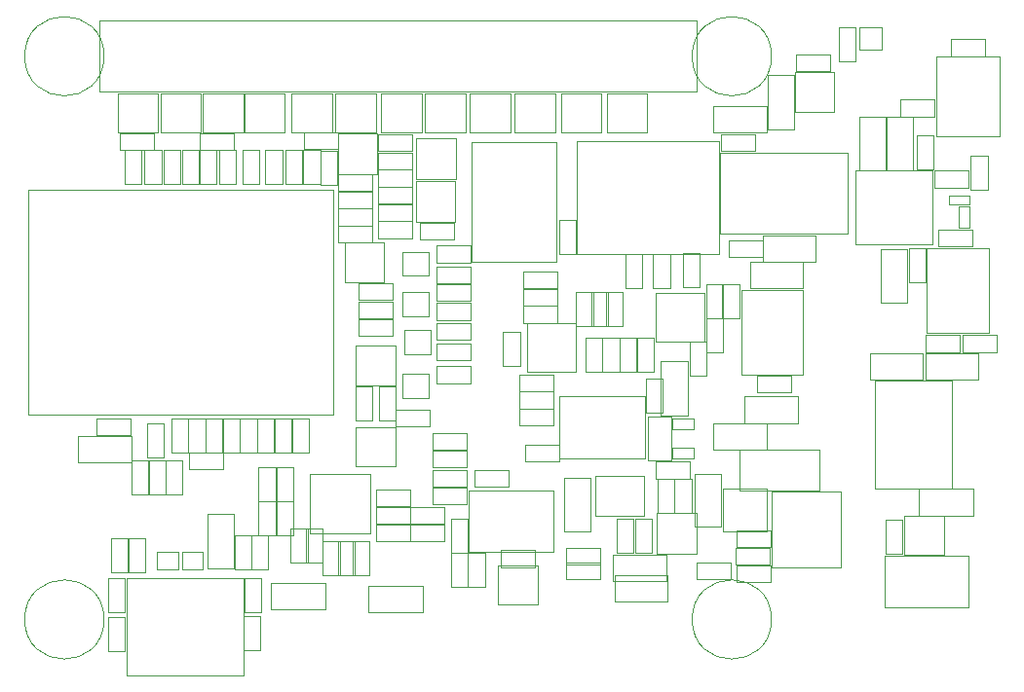
<source format=gbr>
G04 #@! TF.GenerationSoftware,KiCad,Pcbnew,7.0.1*
G04 #@! TF.CreationDate,2023-05-18T20:02:15+01:00*
G04 #@! TF.ProjectId,AnthC,416e7468-432e-46b6-9963-61645f706362,rev?*
G04 #@! TF.SameCoordinates,Original*
G04 #@! TF.FileFunction,Other,User*
%FSLAX46Y46*%
G04 Gerber Fmt 4.6, Leading zero omitted, Abs format (unit mm)*
G04 Created by KiCad (PCBNEW 7.0.1) date 2023-05-18 20:02:15*
%MOMM*%
%LPD*%
G01*
G04 APERTURE LIST*
%ADD10C,0.050000*%
%ADD11C,0.120000*%
G04 APERTURE END LIST*
D10*
X235350000Y-129750000D02*
X235350000Y-125050000D01*
X235350000Y-125050000D02*
X237650000Y-125050000D01*
X237650000Y-125050000D02*
X237650000Y-129750000D01*
X235350000Y-129750000D02*
X237650000Y-129750000D01*
X233925000Y-133450000D02*
X233925000Y-128050000D01*
X233925000Y-128050000D02*
X226525000Y-128050000D01*
X226525000Y-128050000D02*
X226525000Y-133450000D01*
X226525000Y-133450000D02*
X233925000Y-133450000D01*
D11*
X236266000Y-129850000D02*
X234250000Y-129850000D01*
X236266000Y-129850000D02*
X236266000Y-133650000D01*
X234250000Y-129850000D02*
X234250000Y-133650000D01*
X236266000Y-133650000D02*
X234250000Y-133650000D01*
D10*
X226480000Y-133730000D02*
X223520000Y-133730000D01*
X226480000Y-132270000D02*
X226480000Y-133730000D01*
X223520000Y-133730000D02*
X223520000Y-132270000D01*
X223520000Y-132270000D02*
X226480000Y-132270000D01*
X236340000Y-130040000D02*
X238160000Y-130040000D01*
X238160000Y-130960000D02*
X236340000Y-130960000D01*
X238160000Y-130040000D02*
X238160000Y-130960000D01*
X236340000Y-130960000D02*
X236340000Y-130040000D01*
X236340000Y-133460000D02*
X236340000Y-132540000D01*
X238160000Y-132540000D02*
X238160000Y-133460000D01*
X238160000Y-133460000D02*
X236340000Y-133460000D01*
X236340000Y-132540000D02*
X238160000Y-132540000D01*
X244950000Y-98500000D02*
G75*
G03*
X244950000Y-98500000I-3450000J0D01*
G01*
X244950000Y-147500000D02*
G75*
G03*
X244950000Y-147500000I-3450000J0D01*
G01*
X186950000Y-98500000D02*
G75*
G03*
X186950000Y-98500000I-3450000J0D01*
G01*
X223370000Y-120220000D02*
X226330000Y-120220000D01*
X223370000Y-121680000D02*
X223370000Y-120220000D01*
X226330000Y-120220000D02*
X226330000Y-121680000D01*
X226330000Y-121680000D02*
X223370000Y-121680000D01*
X223370000Y-118720000D02*
X226330000Y-118720000D01*
X223370000Y-120180000D02*
X223370000Y-118720000D01*
X226330000Y-118720000D02*
X226330000Y-120180000D01*
X226330000Y-120180000D02*
X223370000Y-120180000D01*
X230730000Y-119020000D02*
X230730000Y-121980000D01*
X229270000Y-119020000D02*
X230730000Y-119020000D01*
X230730000Y-121980000D02*
X229270000Y-121980000D01*
X229270000Y-121980000D02*
X229270000Y-119020000D01*
X225980000Y-127630000D02*
X223020000Y-127630000D01*
X225980000Y-126170000D02*
X225980000Y-127630000D01*
X223020000Y-127630000D02*
X223020000Y-126170000D01*
X223020000Y-126170000D02*
X225980000Y-126170000D01*
X239270000Y-121280000D02*
X239270000Y-118320000D01*
X240730000Y-121280000D02*
X239270000Y-121280000D01*
X239270000Y-118320000D02*
X240730000Y-118320000D01*
X240730000Y-118320000D02*
X240730000Y-121280000D01*
X210700000Y-108750000D02*
X207300000Y-108750000D01*
X210700000Y-105250000D02*
X210700000Y-108750000D01*
X207300000Y-108750000D02*
X207300000Y-105250000D01*
X207300000Y-105250000D02*
X210700000Y-105250000D01*
X223080000Y-122520000D02*
X223080000Y-125480000D01*
X221620000Y-122520000D02*
X223080000Y-122520000D01*
X223080000Y-125480000D02*
X221620000Y-125480000D01*
X221620000Y-125480000D02*
X221620000Y-122520000D01*
X189280000Y-131480000D02*
X186320000Y-131480000D01*
X189280000Y-130020000D02*
X189280000Y-131480000D01*
X186320000Y-131480000D02*
X186320000Y-130020000D01*
X186320000Y-130020000D02*
X189280000Y-130020000D01*
X189300000Y-133850000D02*
X184700000Y-133850000D01*
X189300000Y-131550000D02*
X189300000Y-133850000D01*
X184700000Y-133850000D02*
X184700000Y-131550000D01*
X184700000Y-131550000D02*
X189300000Y-131550000D01*
X226000000Y-141650000D02*
X226000000Y-136250000D01*
X226000000Y-136250000D02*
X218600000Y-136250000D01*
X218600000Y-141650000D02*
X226000000Y-141650000D01*
X218600000Y-136250000D02*
X218600000Y-141650000D01*
X218780000Y-124930000D02*
X215820000Y-124930000D01*
X218780000Y-123470000D02*
X218780000Y-124930000D01*
X215820000Y-124930000D02*
X215820000Y-123470000D01*
X215820000Y-123470000D02*
X218780000Y-123470000D01*
X215350000Y-124450000D02*
X215350000Y-122350000D01*
X215350000Y-124450000D02*
X213050000Y-124450000D01*
X213050000Y-122350000D02*
X215350000Y-122350000D01*
X213050000Y-122350000D02*
X213050000Y-124450000D01*
X208820000Y-130180000D02*
X208820000Y-127220000D01*
X210280000Y-130180000D02*
X208820000Y-130180000D01*
X208820000Y-127220000D02*
X210280000Y-127220000D01*
X210280000Y-127220000D02*
X210280000Y-130180000D01*
X198230000Y-106630000D02*
X195270000Y-106630000D01*
X198230000Y-105170000D02*
X198230000Y-106630000D01*
X195270000Y-106630000D02*
X195270000Y-105170000D01*
X195270000Y-105170000D02*
X198230000Y-105170000D01*
X236480000Y-135270000D02*
X236480000Y-138230000D01*
X235020000Y-135270000D02*
X236480000Y-135270000D01*
X236480000Y-138230000D02*
X235020000Y-138230000D01*
X235020000Y-138230000D02*
X235020000Y-135270000D01*
X186950000Y-147500000D02*
G75*
G03*
X186950000Y-147500000I-3450000J0D01*
G01*
X260520000Y-97020000D02*
X263480000Y-97020000D01*
X260520000Y-98480000D02*
X260520000Y-97020000D01*
X263480000Y-97020000D02*
X263480000Y-98480000D01*
X263480000Y-98480000D02*
X260520000Y-98480000D01*
X208800000Y-127100000D02*
X208800000Y-123700000D01*
X212300000Y-127100000D02*
X208800000Y-127100000D01*
X208800000Y-123700000D02*
X212300000Y-123700000D01*
X212300000Y-123700000D02*
X212300000Y-127100000D01*
X207320000Y-110270000D02*
X210280000Y-110270000D01*
X207320000Y-111730000D02*
X207320000Y-110270000D01*
X210280000Y-110270000D02*
X210280000Y-111730000D01*
X210280000Y-111730000D02*
X207320000Y-111730000D01*
X201970000Y-140180000D02*
X201970000Y-137220000D01*
X203430000Y-140180000D02*
X201970000Y-140180000D01*
X201970000Y-137220000D02*
X203430000Y-137220000D01*
X203430000Y-137220000D02*
X203430000Y-140180000D01*
X223020000Y-127670000D02*
X225980000Y-127670000D01*
X223020000Y-129130000D02*
X223020000Y-127670000D01*
X225980000Y-127670000D02*
X225980000Y-129130000D01*
X225980000Y-129130000D02*
X223020000Y-129130000D01*
X230570000Y-121980000D02*
X230570000Y-119020000D01*
X232030000Y-121980000D02*
X230570000Y-121980000D01*
X230570000Y-119020000D02*
X232030000Y-119020000D01*
X232030000Y-119020000D02*
X232030000Y-121980000D01*
X213570000Y-139220000D02*
X216530000Y-139220000D01*
X213570000Y-140680000D02*
X213570000Y-139220000D01*
X216530000Y-139220000D02*
X216530000Y-140680000D01*
X216530000Y-140680000D02*
X213570000Y-140680000D01*
X213570000Y-137720000D02*
X216530000Y-137720000D01*
X213570000Y-139180000D02*
X213570000Y-137720000D01*
X216530000Y-137720000D02*
X216530000Y-139180000D01*
X216530000Y-139180000D02*
X213570000Y-139180000D01*
X218780000Y-116430000D02*
X215820000Y-116430000D01*
X218780000Y-114970000D02*
X218780000Y-116430000D01*
X215820000Y-116430000D02*
X215820000Y-114970000D01*
X215820000Y-114970000D02*
X218780000Y-114970000D01*
X218780000Y-118280000D02*
X215820000Y-118280000D01*
X218780000Y-116820000D02*
X218780000Y-118280000D01*
X215820000Y-118280000D02*
X215820000Y-116820000D01*
X215820000Y-116820000D02*
X218780000Y-116820000D01*
X218780000Y-126930000D02*
X215820000Y-126930000D01*
X218780000Y-125470000D02*
X218780000Y-126930000D01*
X215820000Y-126930000D02*
X215820000Y-125470000D01*
X215820000Y-125470000D02*
X218780000Y-125470000D01*
X189070000Y-143380000D02*
X189070000Y-140420000D01*
X190530000Y-143380000D02*
X189070000Y-143380000D01*
X189070000Y-140420000D02*
X190530000Y-140420000D01*
X190530000Y-140420000D02*
X190530000Y-143380000D01*
X233730000Y-115720000D02*
X233730000Y-118680000D01*
X232270000Y-115720000D02*
X233730000Y-115720000D01*
X233730000Y-118680000D02*
X232270000Y-118680000D01*
X232270000Y-118680000D02*
X232270000Y-115720000D01*
X236130000Y-115720000D02*
X236130000Y-118680000D01*
X234670000Y-115720000D02*
X236130000Y-115720000D01*
X236130000Y-118680000D02*
X234670000Y-118680000D01*
X234670000Y-118680000D02*
X234670000Y-115720000D01*
X226470000Y-115680000D02*
X226470000Y-112720000D01*
X227930000Y-115680000D02*
X226470000Y-115680000D01*
X226470000Y-112720000D02*
X227930000Y-112720000D01*
X227930000Y-112720000D02*
X227930000Y-115680000D01*
X215820000Y-119970000D02*
X218780000Y-119970000D01*
X215820000Y-121430000D02*
X215820000Y-119970000D01*
X218780000Y-119970000D02*
X218780000Y-121430000D01*
X218780000Y-121430000D02*
X215820000Y-121430000D01*
X218780000Y-119780000D02*
X215820000Y-119780000D01*
X218780000Y-118320000D02*
X218780000Y-119780000D01*
X215820000Y-119780000D02*
X215820000Y-118320000D01*
X215820000Y-118320000D02*
X218780000Y-118320000D01*
X205970000Y-143680000D02*
X205970000Y-140720000D01*
X207430000Y-143680000D02*
X205970000Y-143680000D01*
X205970000Y-140720000D02*
X207430000Y-140720000D01*
X207430000Y-140720000D02*
X207430000Y-143680000D01*
X192130000Y-130420000D02*
X192130000Y-133380000D01*
X190670000Y-130420000D02*
X192130000Y-130420000D01*
X192130000Y-133380000D02*
X190670000Y-133380000D01*
X190670000Y-133380000D02*
X190670000Y-130420000D01*
X197230000Y-130020000D02*
X197230000Y-132980000D01*
X195770000Y-130020000D02*
X197230000Y-130020000D01*
X197230000Y-132980000D02*
X195770000Y-132980000D01*
X195770000Y-132980000D02*
X195770000Y-130020000D01*
X200230000Y-130020000D02*
X200230000Y-132980000D01*
X198770000Y-130020000D02*
X200230000Y-130020000D01*
X200230000Y-132980000D02*
X198770000Y-132980000D01*
X198770000Y-132980000D02*
X198770000Y-130020000D01*
X201730000Y-130020000D02*
X201730000Y-132980000D01*
X200270000Y-130020000D02*
X201730000Y-130020000D01*
X201730000Y-132980000D02*
X200270000Y-132980000D01*
X200270000Y-132980000D02*
X200270000Y-130020000D01*
X203230000Y-130020000D02*
X203230000Y-132980000D01*
X201770000Y-130020000D02*
X203230000Y-130020000D01*
X203230000Y-132980000D02*
X201770000Y-132980000D01*
X201770000Y-132980000D02*
X201770000Y-130020000D01*
X207320000Y-111770000D02*
X210280000Y-111770000D01*
X207320000Y-113230000D02*
X207320000Y-111770000D01*
X210280000Y-111770000D02*
X210280000Y-113230000D01*
X210280000Y-113230000D02*
X207320000Y-113230000D01*
X192120000Y-109630000D02*
X192120000Y-106670000D01*
X193580000Y-109630000D02*
X192120000Y-109630000D01*
X192120000Y-106670000D02*
X193580000Y-106670000D01*
X193580000Y-106670000D02*
X193580000Y-109630000D01*
X217380000Y-114430000D02*
X214420000Y-114430000D01*
X217380000Y-112970000D02*
X217380000Y-114430000D01*
X214420000Y-114430000D02*
X214420000Y-112970000D01*
X214420000Y-112970000D02*
X217380000Y-112970000D01*
X195270000Y-109580000D02*
X195270000Y-106620000D01*
X196730000Y-109580000D02*
X195270000Y-109580000D01*
X195270000Y-106620000D02*
X196730000Y-106620000D01*
X196730000Y-106620000D02*
X196730000Y-109580000D01*
X198970000Y-109630000D02*
X198970000Y-106670000D01*
X200430000Y-109630000D02*
X198970000Y-109630000D01*
X198970000Y-106670000D02*
X200430000Y-106670000D01*
X200430000Y-106670000D02*
X200430000Y-109630000D01*
X200970000Y-109630000D02*
X200970000Y-106670000D01*
X202430000Y-109630000D02*
X200970000Y-109630000D01*
X200970000Y-106670000D02*
X202430000Y-106670000D01*
X202430000Y-106670000D02*
X202430000Y-109630000D01*
X190470000Y-109630000D02*
X190470000Y-106670000D01*
X191930000Y-109630000D02*
X190470000Y-109630000D01*
X190470000Y-106670000D02*
X191930000Y-106670000D01*
X191930000Y-106670000D02*
X191930000Y-109630000D01*
X188720000Y-109630000D02*
X188720000Y-106670000D01*
X190180000Y-109630000D02*
X188720000Y-109630000D01*
X188720000Y-106670000D02*
X190180000Y-106670000D01*
X190180000Y-106670000D02*
X190180000Y-109630000D01*
X202720000Y-109630000D02*
X202720000Y-106670000D01*
X204180000Y-109630000D02*
X202720000Y-109630000D01*
X202720000Y-106670000D02*
X204180000Y-106670000D01*
X204180000Y-106670000D02*
X204180000Y-109630000D01*
X205770000Y-109680000D02*
X205770000Y-106720000D01*
X207230000Y-109680000D02*
X205770000Y-109680000D01*
X205770000Y-106720000D02*
X207230000Y-106720000D01*
X207230000Y-106720000D02*
X207230000Y-109680000D01*
X242300000Y-126200000D02*
X247700000Y-126200000D01*
X247700000Y-126200000D02*
X247700000Y-118800000D01*
X242300000Y-118800000D02*
X242300000Y-126200000D01*
X247700000Y-118800000D02*
X242300000Y-118800000D01*
X258320000Y-122770000D02*
X261280000Y-122770000D01*
X258320000Y-124230000D02*
X258320000Y-122770000D01*
X261280000Y-122770000D02*
X261280000Y-124230000D01*
X261280000Y-124230000D02*
X258320000Y-124230000D01*
X262380000Y-115030000D02*
X259420000Y-115030000D01*
X262380000Y-113570000D02*
X262380000Y-115030000D01*
X259420000Y-115030000D02*
X259420000Y-113570000D01*
X259420000Y-113570000D02*
X262380000Y-113570000D01*
X261240000Y-113410000D02*
X261240000Y-111590000D01*
X262160000Y-113410000D02*
X261240000Y-113410000D01*
X261240000Y-111590000D02*
X262160000Y-111590000D01*
X262160000Y-111590000D02*
X262160000Y-113410000D01*
X244180000Y-115980000D02*
X241220000Y-115980000D01*
X244180000Y-114520000D02*
X244180000Y-115980000D01*
X241220000Y-115980000D02*
X241220000Y-114520000D01*
X241220000Y-114520000D02*
X244180000Y-114520000D01*
X206150000Y-146600000D02*
X206150000Y-144300000D01*
X206150000Y-146600000D02*
X201450000Y-146600000D01*
X201450000Y-146600000D02*
X201450000Y-144300000D01*
X201450000Y-144300000D02*
X206150000Y-144300000D01*
X214650000Y-146850000D02*
X214650000Y-144550000D01*
X214650000Y-146850000D02*
X209950000Y-146850000D01*
X209950000Y-146850000D02*
X209950000Y-144550000D01*
X209950000Y-144550000D02*
X214650000Y-144550000D01*
X256750000Y-115250000D02*
X254450000Y-115250000D01*
X256750000Y-115250000D02*
X256750000Y-119950000D01*
X256750000Y-119950000D02*
X254450000Y-119950000D01*
X254450000Y-119950000D02*
X254450000Y-115250000D01*
X215200000Y-117600000D02*
X215200000Y-115500000D01*
X215200000Y-117600000D02*
X212900000Y-117600000D01*
X212900000Y-115500000D02*
X215200000Y-115500000D01*
X212900000Y-115500000D02*
X212900000Y-117600000D01*
X215200000Y-128250000D02*
X215200000Y-126150000D01*
X215200000Y-128250000D02*
X212900000Y-128250000D01*
X212900000Y-126150000D02*
X215200000Y-126150000D01*
X212900000Y-126150000D02*
X212900000Y-128250000D01*
X212900000Y-119000000D02*
X212900000Y-121100000D01*
X212900000Y-119000000D02*
X215200000Y-119000000D01*
X215200000Y-121100000D02*
X212900000Y-121100000D01*
X215200000Y-121100000D02*
X215200000Y-119000000D01*
X210570000Y-139220000D02*
X213530000Y-139220000D01*
X210570000Y-140680000D02*
X210570000Y-139220000D01*
X213530000Y-139220000D02*
X213530000Y-140680000D01*
X213530000Y-140680000D02*
X210570000Y-140680000D01*
X210570000Y-137720000D02*
X213530000Y-137720000D01*
X210570000Y-139180000D02*
X210570000Y-137720000D01*
X213530000Y-137720000D02*
X213530000Y-139180000D01*
X213530000Y-139180000D02*
X210570000Y-139180000D01*
X247120000Y-98370000D02*
X250080000Y-98370000D01*
X247120000Y-99830000D02*
X247120000Y-98370000D01*
X250080000Y-98370000D02*
X250080000Y-99830000D01*
X250080000Y-99830000D02*
X247120000Y-99830000D01*
X258400000Y-122600000D02*
X263800000Y-122600000D01*
X263800000Y-122600000D02*
X263800000Y-115200000D01*
X258400000Y-115200000D02*
X258400000Y-122600000D01*
X263800000Y-115200000D02*
X258400000Y-115200000D01*
X258100000Y-126650000D02*
X253500000Y-126650000D01*
X258100000Y-124350000D02*
X258100000Y-126650000D01*
X253500000Y-126650000D02*
X253500000Y-124350000D01*
X253500000Y-124350000D02*
X258100000Y-124350000D01*
X256870000Y-118180000D02*
X256870000Y-115220000D01*
X258330000Y-118180000D02*
X256870000Y-118180000D01*
X256870000Y-115220000D02*
X258330000Y-115220000D01*
X258330000Y-115220000D02*
X258330000Y-118180000D01*
X227120000Y-141270000D02*
X230080000Y-141270000D01*
X227120000Y-142730000D02*
X227120000Y-141270000D01*
X230080000Y-141270000D02*
X230080000Y-142730000D01*
X230080000Y-142730000D02*
X227120000Y-142730000D01*
X235900000Y-145950000D02*
X231300000Y-145950000D01*
X235900000Y-143650000D02*
X235900000Y-145950000D01*
X231300000Y-145950000D02*
X231300000Y-143650000D01*
X231300000Y-143650000D02*
X235900000Y-143650000D01*
X241920000Y-139770000D02*
X244880000Y-139770000D01*
X241920000Y-141230000D02*
X241920000Y-139770000D01*
X244880000Y-139770000D02*
X244880000Y-141230000D01*
X244880000Y-141230000D02*
X241920000Y-141230000D01*
X252280000Y-95970000D02*
X252280000Y-98930000D01*
X250820000Y-95970000D02*
X252280000Y-95970000D01*
X252280000Y-98930000D02*
X250820000Y-98930000D01*
X250820000Y-98930000D02*
X250820000Y-95970000D01*
X187570000Y-143380000D02*
X187570000Y-140420000D01*
X189030000Y-143380000D02*
X187570000Y-143380000D01*
X187570000Y-140420000D02*
X189030000Y-140420000D01*
X189030000Y-140420000D02*
X189030000Y-143380000D01*
X207320000Y-108770000D02*
X210280000Y-108770000D01*
X207320000Y-110230000D02*
X207320000Y-108770000D01*
X210280000Y-108770000D02*
X210280000Y-110230000D01*
X210280000Y-110230000D02*
X207320000Y-110230000D01*
X207280000Y-106580000D02*
X204320000Y-106580000D01*
X207280000Y-105120000D02*
X207280000Y-106580000D01*
X204320000Y-106580000D02*
X204320000Y-105120000D01*
X204320000Y-105120000D02*
X207280000Y-105120000D01*
X210720000Y-105270000D02*
X213680000Y-105270000D01*
X210720000Y-106730000D02*
X210720000Y-105270000D01*
X213680000Y-105270000D02*
X213680000Y-106730000D01*
X213680000Y-106730000D02*
X210720000Y-106730000D01*
X208730000Y-140720000D02*
X208730000Y-143680000D01*
X207270000Y-140720000D02*
X208730000Y-140720000D01*
X208730000Y-143680000D02*
X207270000Y-143680000D01*
X207270000Y-143680000D02*
X207270000Y-140720000D01*
X209070000Y-121370000D02*
X212030000Y-121370000D01*
X209070000Y-122830000D02*
X209070000Y-121370000D01*
X212030000Y-121370000D02*
X212030000Y-122830000D01*
X212030000Y-122830000D02*
X209070000Y-122830000D01*
X217500000Y-109150000D02*
X214100000Y-109150000D01*
X217500000Y-105650000D02*
X217500000Y-109150000D01*
X214100000Y-109150000D02*
X214100000Y-105650000D01*
X214100000Y-105650000D02*
X217500000Y-105650000D01*
X213680000Y-108330000D02*
X210720000Y-108330000D01*
X213680000Y-106870000D02*
X213680000Y-108330000D01*
X210720000Y-108330000D02*
X210720000Y-106870000D01*
X210720000Y-106870000D02*
X213680000Y-106870000D01*
X253950000Y-136100000D02*
X253950000Y-126680000D01*
X260650000Y-136100000D02*
X253950000Y-136100000D01*
X260650000Y-136100000D02*
X260650000Y-126700000D01*
X260650000Y-126680000D02*
X253950000Y-126680000D01*
X258950000Y-114900000D02*
X258950000Y-108450000D01*
X258950000Y-108450000D02*
X252250000Y-108450000D01*
X252250000Y-114900000D02*
X258950000Y-114900000D01*
X252250000Y-108450000D02*
X252250000Y-114900000D01*
X262130000Y-111350000D02*
X260370000Y-111350000D01*
X262130000Y-110650000D02*
X262130000Y-111350000D01*
X260370000Y-111350000D02*
X260370000Y-110650000D01*
X260370000Y-110650000D02*
X262130000Y-110650000D01*
X217070000Y-141680000D02*
X217070000Y-138720000D01*
X218530000Y-141680000D02*
X217070000Y-141680000D01*
X217070000Y-138720000D02*
X218530000Y-138720000D01*
X218530000Y-138720000D02*
X218530000Y-141680000D01*
X197280000Y-134430000D02*
X194320000Y-134430000D01*
X197280000Y-132970000D02*
X197280000Y-134430000D01*
X194320000Y-134430000D02*
X194320000Y-132970000D01*
X194320000Y-132970000D02*
X197280000Y-132970000D01*
X228770000Y-125980000D02*
X228770000Y-123020000D01*
X230230000Y-125980000D02*
X228770000Y-125980000D01*
X228770000Y-123020000D02*
X230230000Y-123020000D01*
X230230000Y-123020000D02*
X230230000Y-125980000D01*
X230270000Y-125980000D02*
X230270000Y-123020000D01*
X231730000Y-125980000D02*
X230270000Y-125980000D01*
X230270000Y-123020000D02*
X231730000Y-123020000D01*
X231730000Y-123020000D02*
X231730000Y-125980000D01*
X191650000Y-101700000D02*
X191650000Y-105100000D01*
X188150000Y-101700000D02*
X191650000Y-101700000D01*
X191650000Y-105100000D02*
X188150000Y-105100000D01*
X188150000Y-105100000D02*
X188150000Y-101700000D01*
X202650000Y-101700000D02*
X202650000Y-105100000D01*
X199150000Y-101700000D02*
X202650000Y-101700000D01*
X202650000Y-105100000D02*
X199150000Y-105100000D01*
X199150000Y-105100000D02*
X199150000Y-101700000D01*
X222250000Y-101700000D02*
X222250000Y-105100000D01*
X218750000Y-101700000D02*
X222250000Y-101700000D01*
X222250000Y-105100000D02*
X218750000Y-105100000D01*
X218750000Y-105100000D02*
X218750000Y-101700000D01*
X230150000Y-101700000D02*
X230150000Y-105100000D01*
X226650000Y-101700000D02*
X230150000Y-101700000D01*
X230150000Y-105100000D02*
X226650000Y-105100000D01*
X226650000Y-105100000D02*
X226650000Y-101700000D01*
X206750000Y-101700000D02*
X206750000Y-105100000D01*
X203250000Y-101700000D02*
X206750000Y-101700000D01*
X206750000Y-105100000D02*
X203250000Y-105100000D01*
X203250000Y-105100000D02*
X203250000Y-101700000D01*
X218350000Y-101700000D02*
X218350000Y-105100000D01*
X214850000Y-101700000D02*
X218350000Y-101700000D01*
X218350000Y-105100000D02*
X214850000Y-105100000D01*
X214850000Y-105100000D02*
X214850000Y-101700000D01*
X226150000Y-101700000D02*
X226150000Y-105100000D01*
X222650000Y-101700000D02*
X226150000Y-101700000D01*
X226150000Y-105100000D02*
X222650000Y-105100000D01*
X222650000Y-105100000D02*
X222650000Y-101700000D01*
X234150000Y-101700000D02*
X234150000Y-105100000D01*
X230650000Y-101700000D02*
X234150000Y-101700000D01*
X234150000Y-105100000D02*
X230650000Y-105100000D01*
X230650000Y-105100000D02*
X230650000Y-101700000D01*
X218780000Y-123180000D02*
X215820000Y-123180000D01*
X218780000Y-121720000D02*
X218780000Y-123180000D01*
X215820000Y-123180000D02*
X215820000Y-121720000D01*
X215820000Y-121720000D02*
X218780000Y-121720000D01*
X212280000Y-127220000D02*
X212280000Y-130180000D01*
X210820000Y-127220000D02*
X212280000Y-127220000D01*
X212280000Y-130180000D02*
X210820000Y-130180000D01*
X210820000Y-130180000D02*
X210820000Y-127220000D01*
X214550000Y-101700000D02*
X214550000Y-105100000D01*
X211050000Y-101700000D02*
X214550000Y-101700000D01*
X214550000Y-105100000D02*
X211050000Y-105100000D01*
X211050000Y-105100000D02*
X211050000Y-101700000D01*
X210720000Y-109870000D02*
X213680000Y-109870000D01*
X210720000Y-111330000D02*
X210720000Y-109870000D01*
X213680000Y-109870000D02*
X213680000Y-111330000D01*
X213680000Y-111330000D02*
X210720000Y-111330000D01*
X213680000Y-114330000D02*
X210720000Y-114330000D01*
X213680000Y-112870000D02*
X213680000Y-114330000D01*
X210720000Y-114330000D02*
X210720000Y-112870000D01*
X210720000Y-112870000D02*
X213680000Y-112870000D01*
X217450000Y-112900000D02*
X214050000Y-112900000D01*
X217450000Y-109400000D02*
X217450000Y-112900000D01*
X214050000Y-112900000D02*
X214050000Y-109400000D01*
X214050000Y-109400000D02*
X217450000Y-109400000D01*
X213680000Y-112830000D02*
X210720000Y-112830000D01*
X213680000Y-111370000D02*
X213680000Y-112830000D01*
X210720000Y-112830000D02*
X210720000Y-111370000D01*
X210720000Y-111370000D02*
X213680000Y-111370000D01*
X207320000Y-113270000D02*
X210280000Y-113270000D01*
X207320000Y-114730000D02*
X207320000Y-113270000D01*
X210280000Y-113270000D02*
X210280000Y-114730000D01*
X210280000Y-114730000D02*
X207320000Y-114730000D01*
X236520000Y-138230000D02*
X236520000Y-135270000D01*
X237980000Y-138230000D02*
X236520000Y-138230000D01*
X236520000Y-135270000D02*
X237980000Y-135270000D01*
X237980000Y-135270000D02*
X237980000Y-138230000D01*
X189320000Y-136630000D02*
X189320000Y-133670000D01*
X190780000Y-136630000D02*
X189320000Y-136630000D01*
X189320000Y-133670000D02*
X190780000Y-133670000D01*
X190780000Y-133670000D02*
X190780000Y-136630000D01*
X180400000Y-129650000D02*
X180400000Y-110150000D01*
X206900000Y-129650000D02*
X180400000Y-129650000D01*
X206900000Y-129650000D02*
X206900000Y-110150000D01*
X180400000Y-110150000D02*
X206900000Y-110150000D01*
X212030000Y-119680000D02*
X209070000Y-119680000D01*
X212030000Y-118220000D02*
X212030000Y-119680000D01*
X209070000Y-119680000D02*
X209070000Y-118220000D01*
X209070000Y-118220000D02*
X212030000Y-118220000D01*
X259080000Y-103730000D02*
X256120000Y-103730000D01*
X259080000Y-102270000D02*
X259080000Y-103730000D01*
X256120000Y-103730000D02*
X256120000Y-102270000D01*
X256120000Y-102270000D02*
X259080000Y-102270000D01*
X243720000Y-126270000D02*
X246680000Y-126270000D01*
X243720000Y-127730000D02*
X243720000Y-126270000D01*
X246680000Y-126270000D02*
X246680000Y-127730000D01*
X246680000Y-127730000D02*
X243720000Y-127730000D01*
X213680000Y-109830000D02*
X210720000Y-109830000D01*
X213680000Y-108370000D02*
X213680000Y-109830000D01*
X210720000Y-109830000D02*
X210720000Y-108370000D01*
X210720000Y-108370000D02*
X213680000Y-108370000D01*
X195730000Y-130020000D02*
X195730000Y-132980000D01*
X194270000Y-130020000D02*
X195730000Y-130020000D01*
X195730000Y-132980000D02*
X194270000Y-132980000D01*
X194270000Y-132980000D02*
X194270000Y-130020000D01*
X257570000Y-108380000D02*
X257570000Y-105420000D01*
X259030000Y-108380000D02*
X257570000Y-108380000D01*
X257570000Y-105420000D02*
X259030000Y-105420000D01*
X259030000Y-105420000D02*
X259030000Y-108380000D01*
X208570000Y-143680000D02*
X208570000Y-140720000D01*
X210030000Y-143680000D02*
X208570000Y-143680000D01*
X208570000Y-140720000D02*
X210030000Y-140720000D01*
X210030000Y-140720000D02*
X210030000Y-143680000D01*
X227970000Y-121980000D02*
X227970000Y-119020000D01*
X229430000Y-121980000D02*
X227970000Y-121980000D01*
X227970000Y-119020000D02*
X229430000Y-119020000D01*
X229430000Y-119020000D02*
X229430000Y-121980000D01*
X188320000Y-105170000D02*
X191280000Y-105170000D01*
X188320000Y-106630000D02*
X188320000Y-105170000D01*
X191280000Y-105170000D02*
X191280000Y-106630000D01*
X191280000Y-106630000D02*
X188320000Y-106630000D01*
X212030000Y-121330000D02*
X209070000Y-121330000D01*
X212030000Y-119870000D02*
X212030000Y-121330000D01*
X209070000Y-121330000D02*
X209070000Y-119870000D01*
X209070000Y-119870000D02*
X212030000Y-119870000D01*
X198730000Y-130020000D02*
X198730000Y-132980000D01*
X197270000Y-130020000D02*
X198730000Y-130020000D01*
X198730000Y-132980000D02*
X197270000Y-132980000D01*
X197270000Y-132980000D02*
X197270000Y-130020000D01*
X215280000Y-130680000D02*
X212320000Y-130680000D01*
X215280000Y-129220000D02*
X215280000Y-130680000D01*
X212320000Y-130680000D02*
X212320000Y-129220000D01*
X212320000Y-129220000D02*
X215280000Y-129220000D01*
X194230000Y-130020000D02*
X194230000Y-132980000D01*
X192770000Y-130020000D02*
X194230000Y-130020000D01*
X194230000Y-132980000D02*
X192770000Y-132980000D01*
X192770000Y-132980000D02*
X192770000Y-130020000D01*
X221150000Y-146200000D02*
X221150000Y-142800000D01*
X224650000Y-146200000D02*
X221150000Y-146200000D01*
X221150000Y-142800000D02*
X224650000Y-142800000D01*
X224650000Y-142800000D02*
X224650000Y-146200000D01*
X211250000Y-118200000D02*
X207850000Y-118200000D01*
X211250000Y-114700000D02*
X211250000Y-118200000D01*
X207850000Y-118200000D02*
X207850000Y-114700000D01*
X207850000Y-114700000D02*
X211250000Y-114700000D01*
X259950000Y-138500000D02*
X259950000Y-141900000D01*
X256450000Y-138500000D02*
X259950000Y-138500000D01*
X259950000Y-141900000D02*
X256450000Y-141900000D01*
X256450000Y-141900000D02*
X256450000Y-138500000D01*
X257750000Y-136150000D02*
X257750000Y-138450000D01*
X257750000Y-136150000D02*
X262450000Y-136150000D01*
X262450000Y-136150000D02*
X262450000Y-138450000D01*
X262450000Y-138450000D02*
X257750000Y-138450000D01*
X262050000Y-146450000D02*
X254750000Y-146450000D01*
X262050000Y-141950000D02*
X262050000Y-146450000D01*
X254750000Y-146450000D02*
X254750000Y-141950000D01*
X254750000Y-141950000D02*
X262050000Y-141950000D01*
X258300000Y-124350000D02*
X262900000Y-124350000D01*
X258300000Y-126650000D02*
X258300000Y-124350000D01*
X262900000Y-124350000D02*
X262900000Y-126650000D01*
X262900000Y-126650000D02*
X258300000Y-126650000D01*
X256330000Y-138820000D02*
X256330000Y-141780000D01*
X254870000Y-138820000D02*
X256330000Y-138820000D01*
X256330000Y-141780000D02*
X254870000Y-141780000D01*
X254870000Y-141780000D02*
X254870000Y-138820000D01*
X223680000Y-121680000D02*
X223680000Y-125920000D01*
X223680000Y-125920000D02*
X227920000Y-125920000D01*
X227920000Y-121680000D02*
X223680000Y-121680000D01*
X227920000Y-125920000D02*
X227920000Y-121680000D01*
X247000000Y-99850000D02*
X250400000Y-99850000D01*
X247000000Y-103350000D02*
X247000000Y-99850000D01*
X250400000Y-99850000D02*
X250400000Y-103350000D01*
X250400000Y-103350000D02*
X247000000Y-103350000D01*
X244200000Y-114100000D02*
X248800000Y-114100000D01*
X244200000Y-116400000D02*
X244200000Y-114100000D01*
X248800000Y-114100000D02*
X248800000Y-116400000D01*
X248800000Y-116400000D02*
X244200000Y-116400000D01*
X226330000Y-118680000D02*
X223370000Y-118680000D01*
X226330000Y-117220000D02*
X226330000Y-118680000D01*
X223370000Y-118680000D02*
X223370000Y-117220000D01*
X223370000Y-117220000D02*
X226330000Y-117220000D01*
X225980000Y-130630000D02*
X223020000Y-130630000D01*
X225980000Y-129170000D02*
X225980000Y-130630000D01*
X223020000Y-130630000D02*
X223020000Y-129170000D01*
X223020000Y-129170000D02*
X225980000Y-129170000D01*
X195350000Y-101700000D02*
X195350000Y-105100000D01*
X191850000Y-101700000D02*
X195350000Y-101700000D01*
X195350000Y-105100000D02*
X191850000Y-105100000D01*
X191850000Y-105100000D02*
X191850000Y-101700000D01*
X199050000Y-101700000D02*
X199050000Y-105100000D01*
X195550000Y-101700000D02*
X199050000Y-101700000D01*
X199050000Y-105100000D02*
X195550000Y-105100000D01*
X195550000Y-105100000D02*
X195550000Y-101700000D01*
X186572600Y-101572300D02*
X238422600Y-101572300D01*
X238422600Y-101572300D02*
X238422600Y-95422300D01*
X186572600Y-95422300D02*
X186572600Y-101572300D01*
X238422600Y-95422300D02*
X186572600Y-95422300D01*
X210550000Y-101700000D02*
X210550000Y-105100000D01*
X207050000Y-101700000D02*
X210550000Y-101700000D01*
X210550000Y-105100000D02*
X207050000Y-105100000D01*
X207050000Y-105100000D02*
X207050000Y-101700000D01*
X198270000Y-143180000D02*
X198270000Y-140220000D01*
X199730000Y-143180000D02*
X198270000Y-143180000D01*
X198270000Y-140220000D02*
X199730000Y-140220000D01*
X199730000Y-140220000D02*
X199730000Y-143180000D01*
X233270000Y-125980000D02*
X233270000Y-123020000D01*
X234730000Y-125980000D02*
X233270000Y-125980000D01*
X233270000Y-123020000D02*
X234730000Y-123020000D01*
X234730000Y-123020000D02*
X234730000Y-125980000D01*
X233230000Y-123020000D02*
X233230000Y-125980000D01*
X231770000Y-123020000D02*
X233230000Y-123020000D01*
X233230000Y-125980000D02*
X231770000Y-125980000D01*
X231770000Y-125980000D02*
X231770000Y-123020000D01*
X262270000Y-110080000D02*
X262270000Y-107120000D01*
X263730000Y-110080000D02*
X262270000Y-110080000D01*
X262270000Y-107120000D02*
X263730000Y-107120000D01*
X263730000Y-107120000D02*
X263730000Y-110080000D01*
X244650000Y-104850000D02*
X246950000Y-104850000D01*
X244650000Y-104850000D02*
X244650000Y-100150000D01*
X244650000Y-100150000D02*
X246950000Y-100150000D01*
X246950000Y-100150000D02*
X246950000Y-104850000D01*
X244500000Y-105150000D02*
X239900000Y-105150000D01*
X244500000Y-102850000D02*
X244500000Y-105150000D01*
X239900000Y-105150000D02*
X239900000Y-102850000D01*
X239900000Y-102850000D02*
X244500000Y-102850000D01*
X259120000Y-108470000D02*
X262080000Y-108470000D01*
X259120000Y-109930000D02*
X259120000Y-108470000D01*
X262080000Y-108470000D02*
X262080000Y-109930000D01*
X262080000Y-109930000D02*
X259120000Y-109930000D01*
X188900000Y-143920000D02*
X188900000Y-152350000D01*
X188900000Y-152350000D02*
X199100000Y-152350000D01*
X199100000Y-143920000D02*
X188900000Y-143920000D01*
X199100000Y-152350000D02*
X199100000Y-143920000D01*
X187270000Y-150280000D02*
X187270000Y-147320000D01*
X188730000Y-150280000D02*
X187270000Y-150280000D01*
X187270000Y-147320000D02*
X188730000Y-147320000D01*
X188730000Y-147320000D02*
X188730000Y-150280000D01*
X199070000Y-150180000D02*
X199070000Y-147220000D01*
X200530000Y-150180000D02*
X199070000Y-150180000D01*
X199070000Y-147220000D02*
X200530000Y-147220000D01*
X200530000Y-147220000D02*
X200530000Y-150180000D01*
X229250000Y-135200000D02*
X229250000Y-139800000D01*
X226950000Y-135200000D02*
X229250000Y-135200000D01*
X229250000Y-139800000D02*
X226950000Y-139800000D01*
X226950000Y-139800000D02*
X226950000Y-135200000D01*
X204630000Y-139620000D02*
X204630000Y-142580000D01*
X203170000Y-139620000D02*
X204630000Y-139620000D01*
X204630000Y-142580000D02*
X203170000Y-142580000D01*
X203170000Y-142580000D02*
X203170000Y-139620000D01*
X193780000Y-133670000D02*
X193780000Y-136630000D01*
X192320000Y-133670000D02*
X193780000Y-133670000D01*
X193780000Y-136630000D02*
X192320000Y-136630000D01*
X192320000Y-136630000D02*
X192320000Y-133670000D01*
X190820000Y-136630000D02*
X190820000Y-133670000D01*
X192280000Y-136630000D02*
X190820000Y-136630000D01*
X190820000Y-133670000D02*
X192280000Y-133670000D01*
X192280000Y-133670000D02*
X192280000Y-136630000D01*
X220030000Y-141720000D02*
X220030000Y-144680000D01*
X218570000Y-141720000D02*
X220030000Y-141720000D01*
X220030000Y-144680000D02*
X218570000Y-144680000D01*
X218570000Y-144680000D02*
X218570000Y-141720000D01*
X218530000Y-141720000D02*
X218530000Y-144680000D01*
X217070000Y-141720000D02*
X218530000Y-141720000D01*
X218530000Y-144680000D02*
X217070000Y-144680000D01*
X217070000Y-144680000D02*
X217070000Y-141720000D01*
X210570000Y-136220000D02*
X213530000Y-136220000D01*
X210570000Y-137680000D02*
X210570000Y-136220000D01*
X213530000Y-136220000D02*
X213530000Y-137680000D01*
X213530000Y-137680000D02*
X210570000Y-137680000D01*
X204850000Y-134850000D02*
X204850000Y-140050000D01*
X204850000Y-140050000D02*
X210050000Y-140050000D01*
X210050000Y-134850000D02*
X204850000Y-134850000D01*
X210050000Y-140050000D02*
X210050000Y-134850000D01*
X254550000Y-97950000D02*
X254550000Y-95950000D01*
X254550000Y-95950000D02*
X252550000Y-95950000D01*
X252550000Y-97950000D02*
X254550000Y-97950000D01*
X252550000Y-95950000D02*
X252550000Y-97950000D01*
X218850000Y-106000000D02*
X218850000Y-116400000D01*
X218850000Y-116400000D02*
X226250000Y-116400000D01*
X226250000Y-106000000D02*
X218850000Y-106000000D01*
X226250000Y-116400000D02*
X226250000Y-106000000D01*
X200370000Y-140180000D02*
X200370000Y-137220000D01*
X201830000Y-140180000D02*
X200370000Y-140180000D01*
X200370000Y-137220000D02*
X201830000Y-137220000D01*
X201830000Y-137220000D02*
X201830000Y-140180000D01*
X205930000Y-139620000D02*
X205930000Y-142580000D01*
X204470000Y-139620000D02*
X205930000Y-139620000D01*
X205930000Y-142580000D02*
X204470000Y-142580000D01*
X204470000Y-142580000D02*
X204470000Y-139620000D01*
X212300000Y-130750000D02*
X212300000Y-134150000D01*
X208800000Y-130750000D02*
X212300000Y-130750000D01*
X212300000Y-134150000D02*
X208800000Y-134150000D01*
X208800000Y-134150000D02*
X208800000Y-130750000D01*
X204730000Y-130020000D02*
X204730000Y-132980000D01*
X203270000Y-130020000D02*
X204730000Y-130020000D01*
X204730000Y-132980000D02*
X203270000Y-132980000D01*
X203270000Y-132980000D02*
X203270000Y-130020000D01*
X234020000Y-129480000D02*
X234020000Y-126520000D01*
X235480000Y-129480000D02*
X234020000Y-129480000D01*
X234020000Y-126520000D02*
X235480000Y-126520000D01*
X235480000Y-126520000D02*
X235480000Y-129480000D01*
X247700000Y-118650000D02*
X243100000Y-118650000D01*
X247700000Y-116350000D02*
X247700000Y-118650000D01*
X243100000Y-118650000D02*
X243100000Y-116350000D01*
X243100000Y-116350000D02*
X247700000Y-116350000D01*
X232930000Y-138720000D02*
X232930000Y-141680000D01*
X231470000Y-138720000D02*
X232930000Y-138720000D01*
X232930000Y-141680000D02*
X231470000Y-141680000D01*
X231470000Y-141680000D02*
X231470000Y-138720000D01*
X234530000Y-138720000D02*
X234530000Y-141680000D01*
X233070000Y-138720000D02*
X234530000Y-138720000D01*
X234530000Y-141680000D02*
X233070000Y-141680000D01*
X233070000Y-141680000D02*
X233070000Y-138720000D01*
X201830000Y-134220000D02*
X201830000Y-137180000D01*
X200370000Y-134220000D02*
X201830000Y-134220000D01*
X201830000Y-137180000D02*
X200370000Y-137180000D01*
X200370000Y-137180000D02*
X200370000Y-134220000D01*
X203430000Y-134220000D02*
X203430000Y-137180000D01*
X201970000Y-134220000D02*
X203430000Y-134220000D01*
X203430000Y-137180000D02*
X201970000Y-137180000D01*
X201970000Y-137180000D02*
X201970000Y-134220000D01*
X233870000Y-138500000D02*
X233870000Y-135000000D01*
X233870000Y-135000000D02*
X229630000Y-135000000D01*
X229630000Y-138500000D02*
X233870000Y-138500000D01*
X229630000Y-135000000D02*
X229630000Y-138500000D01*
X235850000Y-144150000D02*
X235850000Y-141850000D01*
X235850000Y-144150000D02*
X231150000Y-144150000D01*
X231150000Y-144150000D02*
X231150000Y-141850000D01*
X231150000Y-141850000D02*
X235850000Y-141850000D01*
X238300000Y-139450000D02*
X238300000Y-134850000D01*
X240600000Y-139450000D02*
X238300000Y-139450000D01*
X238300000Y-134850000D02*
X240600000Y-134850000D01*
X240600000Y-134850000D02*
X240600000Y-139450000D01*
X242150000Y-132750000D02*
X249150000Y-132750000D01*
X242150000Y-136250000D02*
X242150000Y-132750000D01*
X249150000Y-132750000D02*
X249150000Y-136250000D01*
X249150000Y-136250000D02*
X242150000Y-136250000D01*
X244780000Y-142730000D02*
X241820000Y-142730000D01*
X244780000Y-141270000D02*
X244780000Y-142730000D01*
X241820000Y-142730000D02*
X241820000Y-141270000D01*
X241820000Y-141270000D02*
X244780000Y-141270000D01*
X237870000Y-126280000D02*
X237870000Y-123320000D01*
X239330000Y-126280000D02*
X237870000Y-126280000D01*
X237870000Y-123320000D02*
X239330000Y-123320000D01*
X239330000Y-123320000D02*
X239330000Y-126280000D01*
X240670000Y-121280000D02*
X240670000Y-118320000D01*
X242130000Y-121280000D02*
X240670000Y-121280000D01*
X240670000Y-118320000D02*
X242130000Y-118320000D01*
X242130000Y-118320000D02*
X242130000Y-121280000D01*
X204270000Y-109630000D02*
X204270000Y-106670000D01*
X205730000Y-109630000D02*
X204270000Y-109630000D01*
X204270000Y-106670000D02*
X205730000Y-106670000D01*
X205730000Y-106670000D02*
X205730000Y-109630000D01*
X235000000Y-138250000D02*
X238400000Y-138250000D01*
X235000000Y-141750000D02*
X235000000Y-138250000D01*
X238400000Y-138250000D02*
X238400000Y-141750000D01*
X238400000Y-141750000D02*
X235000000Y-141750000D01*
X193720000Y-109630000D02*
X193720000Y-106670000D01*
X195180000Y-109630000D02*
X193720000Y-109630000D01*
X193720000Y-106670000D02*
X195180000Y-106670000D01*
X195180000Y-106670000D02*
X195180000Y-109630000D01*
X196970000Y-109630000D02*
X196970000Y-106670000D01*
X198430000Y-109630000D02*
X196970000Y-109630000D01*
X196970000Y-106670000D02*
X198430000Y-106670000D01*
X198430000Y-106670000D02*
X198430000Y-109630000D01*
X240450000Y-106900000D02*
X240450000Y-113900000D01*
X240450000Y-113900000D02*
X251550000Y-113900000D01*
X251550000Y-106900000D02*
X240450000Y-106900000D01*
X251550000Y-113900000D02*
X251550000Y-106900000D01*
X243480000Y-106730000D02*
X240520000Y-106730000D01*
X243480000Y-105270000D02*
X243480000Y-106730000D01*
X240520000Y-106730000D02*
X240520000Y-105270000D01*
X240520000Y-105270000D02*
X243480000Y-105270000D01*
X254950000Y-108400000D02*
X254950000Y-103800000D01*
X257250000Y-108400000D02*
X254950000Y-108400000D01*
X254950000Y-103800000D02*
X257250000Y-103800000D01*
X257250000Y-103800000D02*
X257250000Y-108400000D01*
X261520000Y-122770000D02*
X264480000Y-122770000D01*
X261520000Y-124230000D02*
X261520000Y-122770000D01*
X264480000Y-122770000D02*
X264480000Y-124230000D01*
X264480000Y-124230000D02*
X261520000Y-124230000D01*
X240400000Y-105900000D02*
X228000000Y-105900000D01*
X228000000Y-105900000D02*
X228000000Y-115700000D01*
X240400000Y-115700000D02*
X240400000Y-105900000D01*
X228000000Y-115700000D02*
X240400000Y-115700000D01*
X264750000Y-98550000D02*
X259250000Y-98550000D01*
X259250000Y-98550000D02*
X259250000Y-105450000D01*
X264750000Y-105450000D02*
X264750000Y-98550000D01*
X259250000Y-105450000D02*
X264750000Y-105450000D01*
X239270000Y-124280000D02*
X239270000Y-121320000D01*
X240730000Y-124280000D02*
X239270000Y-124280000D01*
X239270000Y-121320000D02*
X240730000Y-121320000D01*
X240730000Y-121320000D02*
X240730000Y-124280000D01*
X239100000Y-119100000D02*
X234900000Y-119100000D01*
X234900000Y-119100000D02*
X234900000Y-123300000D01*
X239100000Y-123300000D02*
X239100000Y-119100000D01*
X234900000Y-123300000D02*
X239100000Y-123300000D01*
X244500000Y-132750000D02*
X239900000Y-132750000D01*
X244500000Y-130450000D02*
X244500000Y-132750000D01*
X239900000Y-132750000D02*
X239900000Y-130450000D01*
X239900000Y-130450000D02*
X244500000Y-130450000D01*
X241920000Y-142770000D02*
X244880000Y-142770000D01*
X241920000Y-144230000D02*
X241920000Y-142770000D01*
X244880000Y-142770000D02*
X244880000Y-144230000D01*
X244880000Y-144230000D02*
X241920000Y-144230000D01*
X252550000Y-108400000D02*
X252550000Y-103800000D01*
X254850000Y-108400000D02*
X252550000Y-108400000D01*
X252550000Y-103800000D02*
X254850000Y-103800000D01*
X254850000Y-103800000D02*
X254850000Y-108400000D01*
X242550000Y-128100000D02*
X247250000Y-128100000D01*
X242550000Y-130400000D02*
X242550000Y-128100000D01*
X247250000Y-130400000D02*
X242550000Y-130400000D01*
X247250000Y-130400000D02*
X247250000Y-128100000D01*
X218480000Y-132730000D02*
X215520000Y-132730000D01*
X218480000Y-131270000D02*
X218480000Y-132730000D01*
X215520000Y-132730000D02*
X215520000Y-131270000D01*
X215520000Y-131270000D02*
X218480000Y-131270000D01*
X218480000Y-137480000D02*
X215520000Y-137480000D01*
X218480000Y-136020000D02*
X218480000Y-137480000D01*
X215520000Y-137480000D02*
X215520000Y-136020000D01*
X215520000Y-136020000D02*
X218480000Y-136020000D01*
X218480000Y-135980000D02*
X215520000Y-135980000D01*
X218480000Y-134520000D02*
X218480000Y-135980000D01*
X215520000Y-135980000D02*
X215520000Y-134520000D01*
X215520000Y-134520000D02*
X218480000Y-134520000D01*
X241380000Y-144030000D02*
X238420000Y-144030000D01*
X241380000Y-142570000D02*
X241380000Y-144030000D01*
X238420000Y-144030000D02*
X238420000Y-142570000D01*
X238420000Y-142570000D02*
X241380000Y-142570000D01*
X237880000Y-135230000D02*
X234920000Y-135230000D01*
X237880000Y-133770000D02*
X237880000Y-135230000D01*
X234920000Y-135230000D02*
X234920000Y-133770000D01*
X234920000Y-133770000D02*
X237880000Y-133770000D01*
D11*
X245000000Y-143000000D02*
X245000000Y-136400000D01*
X251000000Y-143000000D02*
X245000000Y-143000000D01*
X245000000Y-136400000D02*
X251000000Y-136400000D01*
X251000000Y-136400000D02*
X251000000Y-143000000D01*
D10*
X240700000Y-136150000D02*
X240700000Y-139850000D01*
X240700000Y-136150000D02*
X244500000Y-136150000D01*
X240700000Y-139850000D02*
X244500000Y-139850000D01*
X244500000Y-136150000D02*
X244500000Y-139850000D01*
X215520000Y-132770000D02*
X218480000Y-132770000D01*
X215520000Y-134230000D02*
X215520000Y-132770000D01*
X218480000Y-132770000D02*
X218480000Y-134230000D01*
X218480000Y-134230000D02*
X215520000Y-134230000D01*
X219120000Y-134470000D02*
X222080000Y-134470000D01*
X219120000Y-135930000D02*
X219120000Y-134470000D01*
X222080000Y-134470000D02*
X222080000Y-135930000D01*
X222080000Y-135930000D02*
X219120000Y-135930000D01*
X188730000Y-143920000D02*
X188730000Y-146880000D01*
X187270000Y-143920000D02*
X188730000Y-143920000D01*
X188730000Y-146880000D02*
X187270000Y-146880000D01*
X187270000Y-146880000D02*
X187270000Y-143920000D01*
X200630000Y-143920000D02*
X200630000Y-146880000D01*
X199170000Y-143920000D02*
X200630000Y-143920000D01*
X200630000Y-146880000D02*
X199170000Y-146880000D01*
X199170000Y-146880000D02*
X199170000Y-143920000D01*
X193700000Y-143150000D02*
X193700000Y-141650000D01*
X193700000Y-143150000D02*
X195550000Y-143150000D01*
X195550000Y-141650000D02*
X193700000Y-141650000D01*
X195550000Y-143150000D02*
X195550000Y-141650000D01*
X199770000Y-143180000D02*
X199770000Y-140220000D01*
X201230000Y-143180000D02*
X199770000Y-143180000D01*
X199770000Y-140220000D02*
X201230000Y-140220000D01*
X201230000Y-140220000D02*
X201230000Y-143180000D01*
X198250000Y-138350000D02*
X195950000Y-138350000D01*
X198250000Y-138350000D02*
X198250000Y-143050000D01*
X198250000Y-143050000D02*
X195950000Y-143050000D01*
X195950000Y-143050000D02*
X195950000Y-138350000D01*
X238730000Y-115620000D02*
X238730000Y-118580000D01*
X237270000Y-115620000D02*
X238730000Y-115620000D01*
X238730000Y-118580000D02*
X237270000Y-118580000D01*
X237270000Y-118580000D02*
X237270000Y-115620000D01*
X230080000Y-144030000D02*
X227120000Y-144030000D01*
X230080000Y-142570000D02*
X230080000Y-144030000D01*
X227120000Y-144030000D02*
X227120000Y-142570000D01*
X227120000Y-142570000D02*
X230080000Y-142570000D01*
X224380000Y-142930000D02*
X221420000Y-142930000D01*
X224380000Y-141470000D02*
X224380000Y-142930000D01*
X221420000Y-142930000D02*
X221420000Y-141470000D01*
X221420000Y-141470000D02*
X224380000Y-141470000D01*
X193400000Y-141650000D02*
X193400000Y-143150000D01*
X193400000Y-141650000D02*
X191550000Y-141650000D01*
X191550000Y-143150000D02*
X193400000Y-143150000D01*
X191550000Y-141650000D02*
X191550000Y-143150000D01*
M02*

</source>
